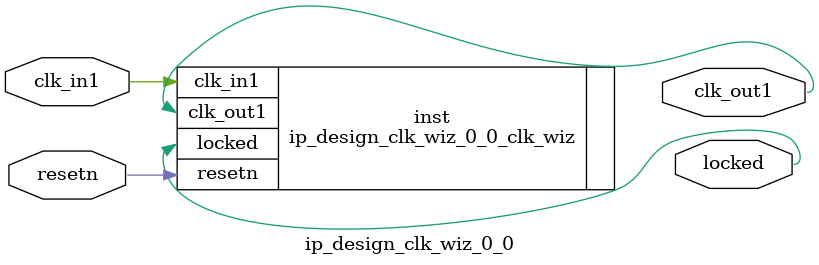
<source format=v>


`timescale 1ps/1ps

(* CORE_GENERATION_INFO = "ip_design_clk_wiz_0_0,clk_wiz_v6_0_6_0_0,{component_name=ip_design_clk_wiz_0_0,use_phase_alignment=true,use_min_o_jitter=false,use_max_i_jitter=false,use_dyn_phase_shift=false,use_inclk_switchover=false,use_dyn_reconfig=false,enable_axi=0,feedback_source=FDBK_AUTO,PRIMITIVE=MMCM,num_out_clk=1,clkin1_period=8.000,clkin2_period=10.000,use_power_down=false,use_reset=true,use_locked=true,use_inclk_stopped=false,feedback_type=SINGLE,CLOCK_MGR_TYPE=NA,manual_override=false}" *)

module ip_design_clk_wiz_0_0 
 (
  // Clock out ports
  output        clk_out1,
  // Status and control signals
  input         resetn,
  output        locked,
 // Clock in ports
  input         clk_in1
 );

  ip_design_clk_wiz_0_0_clk_wiz inst
  (
  // Clock out ports  
  .clk_out1(clk_out1),
  // Status and control signals               
  .resetn(resetn), 
  .locked(locked),
 // Clock in ports
  .clk_in1(clk_in1)
  );

endmodule

</source>
